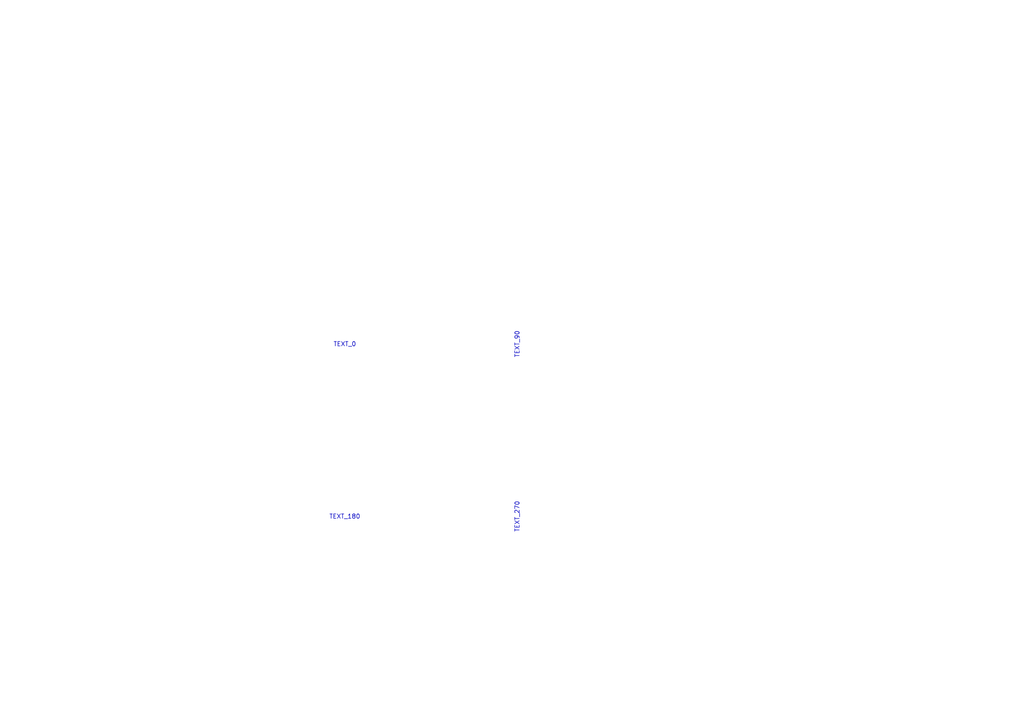
<source format=kicad_sch>
(kicad_sch
	(version 20250114)
	(generator "eeschema")
	(generator_version "9.0")
	(uuid "066026ed-a91b-4554-aac6-103163c240de")
	(paper "A4")
	(title_block
		(title "Text Rotations Reference")
	)
	(lib_symbols)
	(text "TEXT_0"
		(exclude_from_sim no)
		(at 100 100 0)
		(effects
			(font
				(size 1.27 1.27)
			)
		)
		(uuid "ef9682f6-5eed-414e-b7ed-2ece9d5ddd77")
	)
	(text "TEXT_90"
		(exclude_from_sim no)
		(at 150 100 90)
		(effects
			(font
				(size 1.27 1.27)
			)
		)
		(uuid "2be74d24-80b3-4581-aa69-7ac70d382039")
	)
	(text "TEXT_180"
		(exclude_from_sim no)
		(at 100 150 180)
		(effects
			(font
				(size 1.27 1.27)
			)
		)
		(uuid "0145dc9e-3c88-498a-911f-47d7340ac59e")
	)
	(text "TEXT_270"
		(exclude_from_sim no)
		(at 150 150 270)
		(effects
			(font
				(size 1.27 1.27)
			)
		)
		(uuid "aa3e7fb4-83a7-4faf-ab47-fd1b16a559a2")
	)
	(sheet_instances
		(path "/"
			(page "1")
		)
	)
	(embedded_fonts no)
)

</source>
